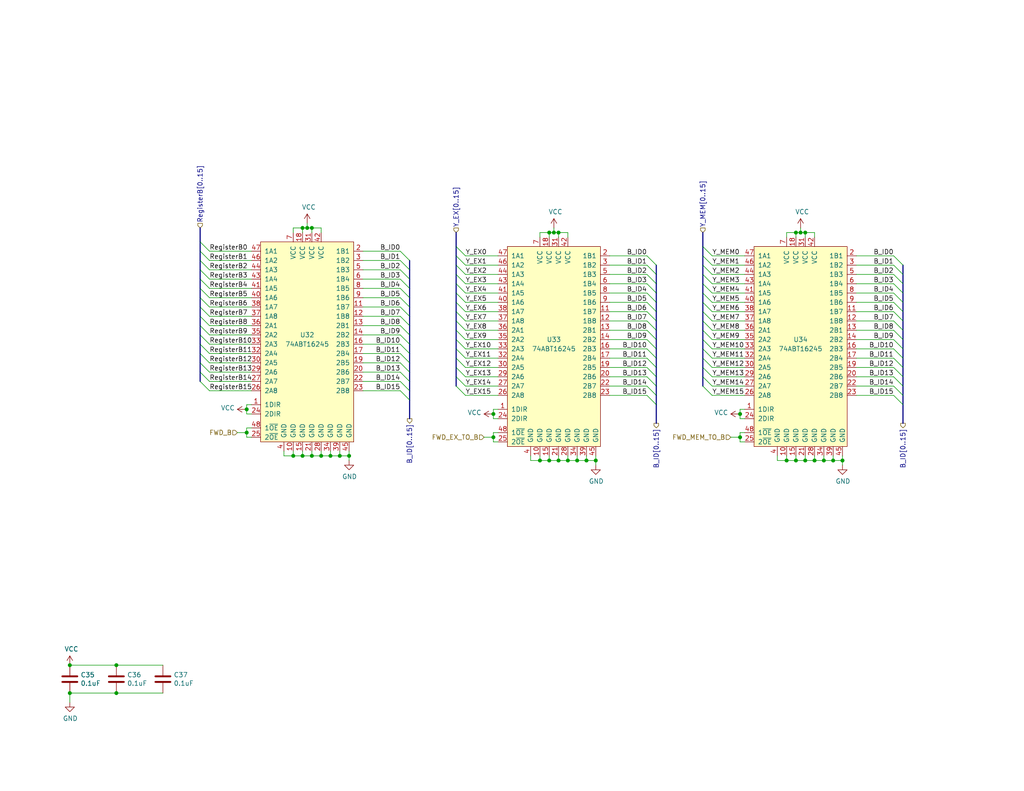
<source format=kicad_sch>
(kicad_sch (version 20250114) (generator "eeschema") (generator_version "9.0")
  (paper "USLetter")
  (title_block (date "2025-07-01") (rev "A"))
  (lib_symbols
    (symbol "Device:C" (pin_numbers (hide yes)) (pin_names (offset 0.254))
      (property "Reference" "C" (at 0.635 2.54 0))
      (property "Value" "C" (at 0.635 -2.54 0))
      (symbol "C_0_1"
        (polyline (pts (xy -2.032 0.762) (xy 2.032 0.762)) (stroke (width 0.508)))
        (polyline (pts (xy -2.032 -0.762) (xy 2.032 -0.762)) (stroke (width 0.508)))
      )
      (symbol "C_1_1"
        (pin passive line (at 0 3.81 270) (length 2.794) (name "~") (number "1"))
        (pin passive line (at 0 -3.81 90) (length 2.794) (name "~") (number "2"))
      )
    )
    (symbol "Turtle16:74ABT16245" (pin_names (offset 1.016))
      (property "Reference" "U" (at 0 1.27 0))
      (property "Value" "74ABT16245" (at 0 -1.27 0))
      (symbol "74ABT16245_0_1"
        (rectangle (start -12.7 26.67) (end 12.7 -27.94) (fill (type background)))
      )
      (symbol "74ABT16245_1_1"
        (pin tri_state line (at -15.24 24.13 0) (length 2.54) (name "1A1") (number "47"))
        (pin tri_state line (at -15.24 21.59 0) (length 2.54) (name "1A2") (number "46"))
        (pin tri_state line (at -15.24 19.05 0) (length 2.54) (name "1A3") (number "44"))
        (pin tri_state line (at -15.24 16.51 0) (length 2.54) (name "1A4") (number "43"))
        (pin tri_state line (at -15.24 13.97 0) (length 2.54) (name "1A5") (number "41"))
        (pin tri_state line (at -15.24 11.43 0) (length 2.54) (name "1A6") (number "40"))
        (pin tri_state line (at -15.24 8.89 0) (length 2.54) (name "1A7") (number "38"))
        (pin tri_state line (at -15.24 6.35 0) (length 2.54) (name "1A8") (number "37"))
        (pin tri_state line (at -15.24 3.81 0) (length 2.54) (name "2A1") (number "36"))
        (pin tri_state line (at -15.24 1.27 0) (length 2.54) (name "2A2") (number "35"))
        (pin tri_state line (at -15.24 -1.27 0) (length 2.54) (name "2A3") (number "33"))
        (pin tri_state line (at -15.24 -3.81 0) (length 2.54) (name "2A4") (number "32"))
        (pin tri_state line (at -15.24 -6.35 0) (length 2.54) (name "2A5") (number "30"))
        (pin tri_state line (at -15.24 -8.89 0) (length 2.54) (name "2A6") (number "29"))
        (pin tri_state line (at -15.24 -11.43 0) (length 2.54) (name "2A7") (number "27"))
        (pin tri_state line (at -15.24 -13.97 0) (length 2.54) (name "2A8") (number "26"))
        (pin input line (at -15.24 -17.78 0) (length 2.54) (name "1DIR") (number "1"))
        (pin input line (at -15.24 -20.32 0) (length 2.54) (name "2DIR") (number "24"))
        (pin input line (at -15.24 -24.13 0) (length 2.54) (name "1~{OE}") (number "48"))
        (pin input line (at -15.24 -26.67 0) (length 2.54) (name "2~{OE}") (number "25"))
        (pin power_in line (at -6.35 -30.48 90) (length 2.54) (name "GND") (number "4"))
        (pin power_in line (at -3.81 29.21 270) (length 2.54) (name "VCC") (number "7"))
        (pin power_in line (at -3.81 -30.48 90) (length 2.54) (name "GND") (number "10"))
        (pin power_in line (at -1.27 29.21 270) (length 2.54) (name "VCC") (number "18"))
        (pin power_in line (at -1.27 -30.48 90) (length 2.54) (name "GND") (number "15"))
        (pin power_in line (at 1.27 29.21 270) (length 2.54) (name "VCC") (number "31"))
        (pin power_in line (at 1.27 -30.48 90) (length 2.54) (name "GND") (number "21"))
        (pin power_in line (at 3.81 29.21 270) (length 2.54) (name "VCC") (number "42"))
        (pin power_in line (at 3.81 -30.48 90) (length 2.54) (name "GND") (number "28"))
        (pin power_in line (at 6.35 -30.48 90) (length 2.54) (name "GND") (number "34"))
        (pin power_in line (at 8.89 -30.48 90) (length 2.54) (name "GND") (number "39"))
        (pin power_in line (at 11.43 -30.48 90) (length 2.54) (name "GND") (number "45"))
        (pin tri_state line (at 15.24 24.13 180) (length 2.54) (name "1B1") (number "2"))
        (pin tri_state line (at 15.24 21.59 180) (length 2.54) (name "1B2") (number "3"))
        (pin tri_state line (at 15.24 19.05 180) (length 2.54) (name "1B3") (number "5"))
        (pin tri_state line (at 15.24 16.51 180) (length 2.54) (name "1B4") (number "6"))
        (pin tri_state line (at 15.24 13.97 180) (length 2.54) (name "1B5") (number "8"))
        (pin tri_state line (at 15.24 11.43 180) (length 2.54) (name "1B6") (number "9"))
        (pin tri_state line (at 15.24 8.89 180) (length 2.54) (name "1B7") (number "11"))
        (pin tri_state line (at 15.24 6.35 180) (length 2.54) (name "1B8") (number "12"))
        (pin tri_state line (at 15.24 3.81 180) (length 2.54) (name "2B1") (number "13"))
        (pin tri_state line (at 15.24 1.27 180) (length 2.54) (name "2B2") (number "14"))
        (pin tri_state line (at 15.24 -1.27 180) (length 2.54) (name "2B3") (number "16"))
        (pin tri_state line (at 15.24 -3.81 180) (length 2.54) (name "2B4") (number "17"))
        (pin tri_state line (at 15.24 -6.35 180) (length 2.54) (name "2B5") (number "19"))
        (pin tri_state line (at 15.24 -8.89 180) (length 2.54) (name "2B6") (number "20"))
        (pin tri_state line (at 15.24 -11.43 180) (length 2.54) (name "2B7") (number "22"))
        (pin tri_state line (at 15.24 -13.97 180) (length 2.54) (name "2B8") (number "23"))
      )
    )
    (symbol "power:GND" (power) (pin_names (offset 0))
      (property "Value" "GND" (at 0 -3.81 0))
      (symbol "GND_0_1"
        (polyline (pts (xy 0 0) (xy 0 -1.27) (xy 1.27 -1.27) (xy 0 -2.54) (xy -1.27 -1.27) (xy 0 -1.27)))
      )
      (symbol "GND_1_1"
        (pin power_in line (at 0 0 270) (length 0) (hide yes) (name "GND") (number "1"))
      )
    )
    (symbol "power:VCC" (power) (pin_names (offset 0))
      (property "Value" "VCC" (at 0 3.81 0))
      (symbol "VCC_0_1"
        (polyline (pts (xy -0.762 1.27) (xy 0 2.54)))
        (polyline (pts (xy 0 2.54) (xy 0.762 1.27)))
        (polyline (pts (xy 0 0) (xy 0 2.54)))
      )
      (symbol "VCC_1_1"
        (pin power_in line (at 0 0 90) (length 0) (hide yes) (name "VCC") (number "1"))
      )
    )
  )
  (junction (at 67.31 118.11))
  (junction (at 222.25 125.73))
  (junction (at 31.75 189.23))
  (junction (at 229.87 125.73))
  (junction (at 147.32 125.73))
  (junction (at 85.09 124.46))
  (junction (at 157.48 125.73))
  (junction (at 80.01 124.46))
  (junction (at 95.25 124.46))
  (junction (at 152.4 125.73))
  (junction (at 154.94 125.73))
  (junction (at 217.17 63.5))
  (junction (at 149.86 63.5))
  (junction (at 214.63 125.73))
  (junction (at 151.13 63.5))
  (junction (at 219.71 125.73))
  (junction (at 224.79 125.73))
  (junction (at 90.17 124.46))
  (junction (at 201.93 113.03))
  (junction (at 92.71 124.46))
  (junction (at 149.86 125.73))
  (junction (at 217.17 125.73))
  (junction (at 67.31 111.76))
  (junction (at 162.56 125.73))
  (junction (at 82.55 124.46))
  (junction (at 82.55 62.23))
  (junction (at 201.93 119.38))
  (junction (at 134.62 113.03))
  (junction (at 218.44 63.5))
  (junction (at 134.62 119.38))
  (junction (at 219.71 63.5))
  (junction (at 85.09 62.23))
  (junction (at 87.63 124.46))
  (junction (at 31.75 181.61))
  (junction (at 19.05 181.61))
  (junction (at 227.33 125.73))
  (junction (at 152.4 63.5))
  (junction (at 83.82 62.23))
  (junction (at 19.05 189.23))
  (junction (at 160.02 125.73))
  (bus_entry (at 176.53 69.85) (size 2.54 2.54))
  (bus_entry (at 54.61 93.98) (size 2.54 2.54))
  (bus_entry (at 127 82.55) (size -2.54 -2.54))
  (bus_entry (at 54.61 68.58) (size 2.54 2.54))
  (bus_entry (at 109.22 106.68) (size 2.54 2.54))
  (bus_entry (at 54.61 99.06) (size 2.54 2.54))
  (bus_entry (at 243.84 74.93) (size 2.54 2.54))
  (bus_entry (at 194.31 77.47) (size -2.54 -2.54))
  (bus_entry (at 127 102.87) (size -2.54 -2.54))
  (bus_entry (at 176.53 90.17) (size 2.54 2.54))
  (bus_entry (at 243.84 87.63) (size 2.54 2.54))
  (bus_entry (at 243.84 69.85) (size 2.54 2.54))
  (bus_entry (at 194.31 74.93) (size -2.54 -2.54))
  (bus_entry (at 176.53 105.41) (size 2.54 2.54))
  (bus_entry (at 54.61 96.52) (size 2.54 2.54))
  (bus_entry (at 243.84 77.47) (size 2.54 2.54))
  (bus_entry (at 109.22 83.82) (size 2.54 2.54))
  (bus_entry (at 194.31 90.17) (size -2.54 -2.54))
  (bus_entry (at 127 85.09) (size -2.54 -2.54))
  (bus_entry (at 243.84 82.55) (size 2.54 2.54))
  (bus_entry (at 109.22 86.36) (size 2.54 2.54))
  (bus_entry (at 127 80.01) (size -2.54 -2.54))
  (bus_entry (at 194.31 85.09) (size -2.54 -2.54))
  (bus_entry (at 176.53 87.63) (size 2.54 2.54))
  (bus_entry (at 127 95.25) (size -2.54 -2.54))
  (bus_entry (at 109.22 71.12) (size 2.54 2.54))
  (bus_entry (at 54.61 71.12) (size 2.54 2.54))
  (bus_entry (at 243.84 95.25) (size 2.54 2.54))
  (bus_entry (at 194.31 87.63) (size -2.54 -2.54))
  (bus_entry (at 127 97.79) (size -2.54 -2.54))
  (bus_entry (at 194.31 95.25) (size -2.54 -2.54))
  (bus_entry (at 194.31 82.55) (size -2.54 -2.54))
  (bus_entry (at 127 92.71) (size -2.54 -2.54))
  (bus_entry (at 176.53 97.79) (size 2.54 2.54))
  (bus_entry (at 109.22 68.58) (size 2.54 2.54))
  (bus_entry (at 176.53 85.09) (size 2.54 2.54))
  (bus_entry (at 243.84 102.87) (size 2.54 2.54))
  (bus_entry (at 127 72.39) (size -2.54 -2.54))
  (bus_entry (at 243.84 97.79) (size 2.54 2.54))
  (bus_entry (at 127 69.85) (size -2.54 -2.54))
  (bus_entry (at 109.22 76.2) (size 2.54 2.54))
  (bus_entry (at 54.61 104.14) (size 2.54 2.54))
  (bus_entry (at 194.31 80.01) (size -2.54 -2.54))
  (bus_entry (at 109.22 78.74) (size 2.54 2.54))
  (bus_entry (at 243.84 107.95) (size 2.54 2.54))
  (bus_entry (at 243.84 72.39) (size 2.54 2.54))
  (bus_entry (at 194.31 107.95) (size -2.54 -2.54))
  (bus_entry (at 176.53 77.47) (size 2.54 2.54))
  (bus_entry (at 243.84 85.09) (size 2.54 2.54))
  (bus_entry (at 176.53 92.71) (size 2.54 2.54))
  (bus_entry (at 194.31 69.85) (size -2.54 -2.54))
  (bus_entry (at 194.31 100.33) (size -2.54 -2.54))
  (bus_entry (at 194.31 102.87) (size -2.54 -2.54))
  (bus_entry (at 127 77.47) (size -2.54 -2.54))
  (bus_entry (at 194.31 105.41) (size -2.54 -2.54))
  (bus_entry (at 109.22 93.98) (size 2.54 2.54))
  (bus_entry (at 109.22 101.6) (size 2.54 2.54))
  (bus_entry (at 109.22 73.66) (size 2.54 2.54))
  (bus_entry (at 243.84 92.71) (size 2.54 2.54))
  (bus_entry (at 176.53 95.25) (size 2.54 2.54))
  (bus_entry (at 194.31 97.79) (size -2.54 -2.54))
  (bus_entry (at 127 90.17) (size -2.54 -2.54))
  (bus_entry (at 109.22 81.28) (size 2.54 2.54))
  (bus_entry (at 54.61 78.74) (size 2.54 2.54))
  (bus_entry (at 54.61 91.44) (size 2.54 2.54))
  (bus_entry (at 176.53 107.95) (size 2.54 2.54))
  (bus_entry (at 176.53 80.01) (size 2.54 2.54))
  (bus_entry (at 176.53 82.55) (size 2.54 2.54))
  (bus_entry (at 194.31 92.71) (size -2.54 -2.54))
  (bus_entry (at 127 74.93) (size -2.54 -2.54))
  (bus_entry (at 109.22 96.52) (size 2.54 2.54))
  (bus_entry (at 243.84 90.17) (size 2.54 2.54))
  (bus_entry (at 54.61 83.82) (size 2.54 2.54))
  (bus_entry (at 127 100.33) (size -2.54 -2.54))
  (bus_entry (at 54.61 86.36) (size 2.54 2.54))
  (bus_entry (at 109.22 91.44) (size 2.54 2.54))
  (bus_entry (at 243.84 80.01) (size 2.54 2.54))
  (bus_entry (at 54.61 73.66) (size 2.54 2.54))
  (bus_entry (at 243.84 100.33) (size 2.54 2.54))
  (bus_entry (at 127 87.63) (size -2.54 -2.54))
  (bus_entry (at 176.53 74.93) (size 2.54 2.54))
  (bus_entry (at 109.22 99.06) (size 2.54 2.54))
  (bus_entry (at 109.22 104.14) (size 2.54 2.54))
  (bus_entry (at 127 105.41) (size -2.54 -2.54))
  (bus_entry (at 54.61 88.9) (size 2.54 2.54))
  (bus_entry (at 54.61 101.6) (size 2.54 2.54))
  (bus_entry (at 194.31 72.39) (size -2.54 -2.54))
  (bus_entry (at 176.53 100.33) (size 2.54 2.54))
  (bus_entry (at 109.22 88.9) (size 2.54 2.54))
  (bus_entry (at 127 107.95) (size -2.54 -2.54))
  (bus_entry (at 54.61 66.04) (size 2.54 2.54))
  (bus_entry (at 176.53 72.39) (size 2.54 2.54))
  (bus_entry (at 243.84 105.41) (size 2.54 2.54))
  (bus_entry (at 54.61 76.2) (size 2.54 2.54))
  (bus_entry (at 176.53 102.87) (size 2.54 2.54))
  (bus_entry (at 54.61 81.28) (size 2.54 2.54))
  (wire (pts (xy 134.62 111.76) (xy 134.62 113.03)))
  (wire (pts (xy 57.15 88.9) (xy 68.58 88.9)))
  (bus (pts (xy 179.07 74.93) (xy 179.07 77.47)))
  (bus (pts (xy 54.61 86.36) (xy 54.61 88.9)))
  (wire (pts (xy 44.45 189.23) (xy 31.75 189.23)))
  (wire (pts (xy 31.75 189.23) (xy 19.05 189.23)))
  (wire (pts (xy 201.93 119.38) (xy 199.39 119.38)))
  (wire (pts (xy 127 87.63) (xy 135.89 87.63)))
  (bus (pts (xy 111.76 93.98) (xy 111.76 96.52)))
  (wire (pts (xy 127 77.47) (xy 135.89 77.47)))
  (wire (pts (xy 217.17 124.46) (xy 217.17 125.73)))
  (wire (pts (xy 176.53 72.39) (xy 166.37 72.39)))
  (wire (pts (xy 135.89 118.11) (xy 134.62 118.11)))
  (wire (pts (xy 151.13 63.5) (xy 152.4 63.5)))
  (wire (pts (xy 149.86 124.46) (xy 149.86 125.73)))
  (wire (pts (xy 194.31 92.71) (xy 203.2 92.71)))
  (wire (pts (xy 162.56 127) (xy 162.56 125.73)))
  (wire (pts (xy 243.84 74.93) (xy 233.68 74.93)))
  (bus (pts (xy 124.46 87.63) (xy 124.46 90.17)))
  (bus (pts (xy 179.07 72.39) (xy 179.07 74.93)))
  (wire (pts (xy 229.87 127) (xy 229.87 125.73)))
  (bus (pts (xy 179.07 80.01) (xy 179.07 82.55)))
  (wire (pts (xy 214.63 124.46) (xy 214.63 125.73)))
  (bus (pts (xy 179.07 87.63) (xy 179.07 90.17)))
  (bus (pts (xy 124.46 92.71) (xy 124.46 95.25)))
  (bus (pts (xy 124.46 67.31) (xy 124.46 69.85)))
  (wire (pts (xy 109.22 101.6) (xy 99.06 101.6)))
  (wire (pts (xy 243.84 85.09) (xy 233.68 85.09)))
  (bus (pts (xy 179.07 97.79) (xy 179.07 100.33)))
  (wire (pts (xy 194.31 82.55) (xy 203.2 82.55)))
  (wire (pts (xy 68.58 110.49) (xy 67.31 110.49)))
  (bus (pts (xy 111.76 86.36) (xy 111.76 88.9)))
  (wire (pts (xy 95.25 124.46) (xy 95.25 123.19)))
  (wire (pts (xy 201.93 120.65) (xy 203.2 120.65)))
  (wire (pts (xy 243.84 72.39) (xy 233.68 72.39)))
  (wire (pts (xy 157.48 125.73) (xy 154.94 125.73)))
  (bus (pts (xy 246.38 105.41) (xy 246.38 107.95)))
  (wire (pts (xy 176.53 85.09) (xy 166.37 85.09)))
  (bus (pts (xy 179.07 100.33) (xy 179.07 102.87)))
  (bus (pts (xy 191.77 80.01) (xy 191.77 82.55)))
  (wire (pts (xy 90.17 124.46) (xy 87.63 124.46)))
  (wire (pts (xy 243.84 100.33) (xy 233.68 100.33)))
  (wire (pts (xy 80.01 124.46) (xy 82.55 124.46)))
  (wire (pts (xy 243.84 69.85) (xy 233.68 69.85)))
  (wire (pts (xy 218.44 62.23) (xy 218.44 63.5)))
  (wire (pts (xy 176.53 97.79) (xy 166.37 97.79)))
  (wire (pts (xy 82.55 63.5) (xy 82.55 62.23)))
  (bus (pts (xy 124.46 69.85) (xy 124.46 72.39)))
  (wire (pts (xy 109.22 73.66) (xy 99.06 73.66)))
  (wire (pts (xy 57.15 99.06) (xy 68.58 99.06)))
  (wire (pts (xy 154.94 63.5) (xy 154.94 64.77)))
  (wire (pts (xy 243.84 77.47) (xy 233.68 77.47)))
  (wire (pts (xy 57.15 68.58) (xy 68.58 68.58)))
  (wire (pts (xy 152.4 125.73) (xy 152.4 124.46)))
  (wire (pts (xy 82.55 124.46) (xy 85.09 124.46)))
  (wire (pts (xy 85.09 124.46) (xy 85.09 123.19)))
  (wire (pts (xy 160.02 125.73) (xy 162.56 125.73)))
  (wire (pts (xy 218.44 63.5) (xy 219.71 63.5)))
  (bus (pts (xy 191.77 69.85) (xy 191.77 72.39)))
  (wire (pts (xy 77.47 123.19) (xy 77.47 124.46)))
  (wire (pts (xy 176.53 87.63) (xy 166.37 87.63)))
  (wire (pts (xy 85.09 62.23) (xy 87.63 62.23)))
  (wire (pts (xy 127 90.17) (xy 135.89 90.17)))
  (wire (pts (xy 19.05 191.77) (xy 19.05 189.23)))
  (wire (pts (xy 154.94 125.73) (xy 154.94 124.46)))
  (wire (pts (xy 57.15 93.98) (xy 68.58 93.98)))
  (wire (pts (xy 217.17 125.73) (xy 219.71 125.73)))
  (bus (pts (xy 111.76 88.9) (xy 111.76 91.44)))
  (wire (pts (xy 83.82 62.23) (xy 85.09 62.23)))
  (wire (pts (xy 57.15 71.12) (xy 68.58 71.12)))
  (wire (pts (xy 127 72.39) (xy 135.89 72.39)))
  (wire (pts (xy 109.22 83.82) (xy 99.06 83.82)))
  (wire (pts (xy 194.31 74.93) (xy 203.2 74.93)))
  (bus (pts (xy 246.38 97.79) (xy 246.38 100.33)))
  (bus (pts (xy 111.76 83.82) (xy 111.76 86.36)))
  (wire (pts (xy 222.25 125.73) (xy 222.25 124.46)))
  (wire (pts (xy 201.93 119.38) (xy 201.93 120.65)))
  (wire (pts (xy 67.31 113.03) (xy 68.58 113.03)))
  (wire (pts (xy 67.31 118.11) (xy 67.31 119.38)))
  (wire (pts (xy 201.93 113.03) (xy 201.93 114.3)))
  (wire (pts (xy 134.62 120.65) (xy 135.89 120.65)))
  (wire (pts (xy 243.84 97.79) (xy 233.68 97.79)))
  (wire (pts (xy 201.93 111.76) (xy 201.93 113.03)))
  (bus (pts (xy 111.76 96.52) (xy 111.76 99.06)))
  (wire (pts (xy 83.82 60.96) (xy 83.82 62.23)))
  (wire (pts (xy 194.31 90.17) (xy 203.2 90.17)))
  (wire (pts (xy 134.62 114.3) (xy 135.89 114.3)))
  (wire (pts (xy 57.15 96.52) (xy 68.58 96.52)))
  (bus (pts (xy 246.38 110.49) (xy 246.38 115.57)))
  (wire (pts (xy 154.94 125.73) (xy 152.4 125.73)))
  (bus (pts (xy 54.61 88.9) (xy 54.61 91.44)))
  (wire (pts (xy 194.31 107.95) (xy 203.2 107.95)))
  (bus (pts (xy 246.38 92.71) (xy 246.38 95.25)))
  (wire (pts (xy 194.31 87.63) (xy 203.2 87.63)))
  (wire (pts (xy 127 74.93) (xy 135.89 74.93)))
  (wire (pts (xy 243.84 105.41) (xy 233.68 105.41)))
  (bus (pts (xy 124.46 63.5) (xy 124.46 67.31)))
  (wire (pts (xy 127 82.55) (xy 135.89 82.55)))
  (bus (pts (xy 124.46 80.01) (xy 124.46 82.55)))
  (wire (pts (xy 57.15 106.68) (xy 68.58 106.68)))
  (bus (pts (xy 54.61 81.28) (xy 54.61 83.82)))
  (wire (pts (xy 194.31 69.85) (xy 203.2 69.85)))
  (wire (pts (xy 127 80.01) (xy 135.89 80.01)))
  (wire (pts (xy 134.62 113.03) (xy 134.62 114.3)))
  (bus (pts (xy 111.76 109.22) (xy 111.76 114.3)))
  (bus (pts (xy 246.38 72.39) (xy 246.38 74.93)))
  (wire (pts (xy 67.31 111.76) (xy 67.31 113.03)))
  (wire (pts (xy 176.53 80.01) (xy 166.37 80.01)))
  (bus (pts (xy 246.38 95.25) (xy 246.38 97.79)))
  (bus (pts (xy 246.38 85.09) (xy 246.38 87.63)))
  (bus (pts (xy 179.07 95.25) (xy 179.07 97.79)))
  (wire (pts (xy 149.86 125.73) (xy 152.4 125.73)))
  (bus (pts (xy 54.61 62.23) (xy 54.61 66.04)))
  (wire (pts (xy 57.15 91.44) (xy 68.58 91.44)))
  (wire (pts (xy 57.15 101.6) (xy 68.58 101.6)))
  (bus (pts (xy 111.76 73.66) (xy 111.76 76.2)))
  (wire (pts (xy 194.31 100.33) (xy 203.2 100.33)))
  (wire (pts (xy 109.22 99.06) (xy 99.06 99.06)))
  (wire (pts (xy 109.22 81.28) (xy 99.06 81.28)))
  (bus (pts (xy 124.46 77.47) (xy 124.46 80.01)))
  (wire (pts (xy 147.32 63.5) (xy 149.86 63.5)))
  (wire (pts (xy 243.84 90.17) (xy 233.68 90.17)))
  (bus (pts (xy 111.76 91.44) (xy 111.76 93.98)))
  (wire (pts (xy 57.15 86.36) (xy 68.58 86.36)))
  (wire (pts (xy 176.53 90.17) (xy 166.37 90.17)))
  (bus (pts (xy 246.38 77.47) (xy 246.38 80.01)))
  (bus (pts (xy 191.77 67.31) (xy 191.77 69.85)))
  (bus (pts (xy 179.07 105.41) (xy 179.07 107.95)))
  (wire (pts (xy 109.22 76.2) (xy 99.06 76.2)))
  (bus (pts (xy 191.77 72.39) (xy 191.77 74.93)))
  (bus (pts (xy 54.61 96.52) (xy 54.61 99.06)))
  (bus (pts (xy 191.77 77.47) (xy 191.77 80.01)))
  (wire (pts (xy 109.22 86.36) (xy 99.06 86.36)))
  (wire (pts (xy 162.56 125.73) (xy 162.56 124.46)))
  (wire (pts (xy 176.53 82.55) (xy 166.37 82.55)))
  (wire (pts (xy 203.2 118.11) (xy 201.93 118.11)))
  (wire (pts (xy 243.84 82.55) (xy 233.68 82.55)))
  (bus (pts (xy 54.61 83.82) (xy 54.61 86.36)))
  (wire (pts (xy 201.93 114.3) (xy 203.2 114.3)))
  (wire (pts (xy 127 97.79) (xy 135.89 97.79)))
  (bus (pts (xy 246.38 90.17) (xy 246.38 92.71)))
  (wire (pts (xy 222.25 63.5) (xy 222.25 64.77)))
  (wire (pts (xy 147.32 125.73) (xy 149.86 125.73)))
  (wire (pts (xy 127 100.33) (xy 135.89 100.33)))
  (wire (pts (xy 109.22 93.98) (xy 99.06 93.98)))
  (wire (pts (xy 224.79 125.73) (xy 224.79 124.46)))
  (wire (pts (xy 157.48 125.73) (xy 160.02 125.73)))
  (bus (pts (xy 124.46 82.55) (xy 124.46 85.09)))
  (wire (pts (xy 147.32 64.77) (xy 147.32 63.5)))
  (wire (pts (xy 176.53 100.33) (xy 166.37 100.33)))
  (wire (pts (xy 135.89 111.76) (xy 134.62 111.76)))
  (wire (pts (xy 82.55 62.23) (xy 83.82 62.23)))
  (wire (pts (xy 77.47 124.46) (xy 80.01 124.46)))
  (wire (pts (xy 67.31 116.84) (xy 67.31 118.11)))
  (wire (pts (xy 176.53 92.71) (xy 166.37 92.71)))
  (wire (pts (xy 147.32 124.46) (xy 147.32 125.73)))
  (wire (pts (xy 127 92.71) (xy 135.89 92.71)))
  (wire (pts (xy 194.31 72.39) (xy 203.2 72.39)))
  (bus (pts (xy 124.46 102.87) (xy 124.46 105.41)))
  (wire (pts (xy 144.78 124.46) (xy 144.78 125.73)))
  (bus (pts (xy 246.38 80.01) (xy 246.38 82.55)))
  (wire (pts (xy 87.63 124.46) (xy 87.63 123.19)))
  (wire (pts (xy 92.71 124.46) (xy 92.71 123.19)))
  (wire (pts (xy 67.31 118.11) (xy 64.77 118.11)))
  (bus (pts (xy 111.76 106.68) (xy 111.76 109.22)))
  (wire (pts (xy 194.31 85.09) (xy 203.2 85.09)))
  (bus (pts (xy 111.76 71.12) (xy 111.76 73.66)))
  (bus (pts (xy 124.46 90.17) (xy 124.46 92.71)))
  (wire (pts (xy 57.15 104.14) (xy 68.58 104.14)))
  (wire (pts (xy 194.31 105.41) (xy 203.2 105.41)))
  (bus (pts (xy 246.38 74.93) (xy 246.38 77.47)))
  (bus (pts (xy 246.38 82.55) (xy 246.38 85.09)))
  (bus (pts (xy 124.46 74.93) (xy 124.46 77.47)))
  (bus (pts (xy 179.07 82.55) (xy 179.07 85.09)))
  (bus (pts (xy 111.76 99.06) (xy 111.76 101.6)))
  (wire (pts (xy 212.09 125.73) (xy 214.63 125.73)))
  (wire (pts (xy 176.53 69.85) (xy 166.37 69.85)))
  (wire (pts (xy 95.25 125.73) (xy 95.25 124.46)))
  (wire (pts (xy 227.33 125.73) (xy 227.33 124.46)))
  (wire (pts (xy 127 107.95) (xy 135.89 107.95)))
  (wire (pts (xy 144.78 125.73) (xy 147.32 125.73)))
  (bus (pts (xy 54.61 99.06) (xy 54.61 101.6)))
  (wire (pts (xy 57.15 78.74) (xy 68.58 78.74)))
  (wire (pts (xy 214.63 125.73) (xy 217.17 125.73)))
  (bus (pts (xy 111.76 76.2) (xy 111.76 78.74)))
  (wire (pts (xy 134.62 119.38) (xy 132.08 119.38)))
  (wire (pts (xy 134.62 118.11) (xy 134.62 119.38)))
  (bus (pts (xy 111.76 81.28) (xy 111.76 83.82)))
  (bus (pts (xy 191.77 102.87) (xy 191.77 105.41)))
  (bus (pts (xy 191.77 85.09) (xy 191.77 87.63)))
  (wire (pts (xy 176.53 95.25) (xy 166.37 95.25)))
  (wire (pts (xy 109.22 68.58) (xy 99.06 68.58)))
  (wire (pts (xy 152.4 64.77) (xy 152.4 63.5)))
  (bus (pts (xy 191.77 92.71) (xy 191.77 95.25)))
  (wire (pts (xy 194.31 102.87) (xy 203.2 102.87)))
  (bus (pts (xy 54.61 71.12) (xy 54.61 73.66)))
  (bus (pts (xy 54.61 66.04) (xy 54.61 68.58)))
  (wire (pts (xy 243.84 87.63) (xy 233.68 87.63)))
  (wire (pts (xy 176.53 107.95) (xy 166.37 107.95)))
  (wire (pts (xy 134.62 119.38) (xy 134.62 120.65)))
  (bus (pts (xy 54.61 91.44) (xy 54.61 93.98)))
  (bus (pts (xy 111.76 104.14) (xy 111.76 106.68)))
  (bus (pts (xy 191.77 100.33) (xy 191.77 102.87)))
  (bus (pts (xy 191.77 95.25) (xy 191.77 97.79)))
  (bus (pts (xy 54.61 93.98) (xy 54.61 96.52)))
  (bus (pts (xy 191.77 63.5) (xy 191.77 67.31)))
  (bus (pts (xy 179.07 102.87) (xy 179.07 105.41)))
  (bus (pts (xy 124.46 95.25) (xy 124.46 97.79)))
  (wire (pts (xy 67.31 110.49) (xy 67.31 111.76)))
  (wire (pts (xy 152.4 63.5) (xy 154.94 63.5)))
  (bus (pts (xy 179.07 92.71) (xy 179.07 95.25)))
  (wire (pts (xy 243.84 107.95) (xy 233.68 107.95)))
  (wire (pts (xy 243.84 95.25) (xy 233.68 95.25)))
  (bus (pts (xy 124.46 85.09) (xy 124.46 87.63)))
  (wire (pts (xy 194.31 77.47) (xy 203.2 77.47)))
  (bus (pts (xy 54.61 101.6) (xy 54.61 104.14)))
  (bus (pts (xy 246.38 107.95) (xy 246.38 110.49)))
  (bus (pts (xy 111.76 101.6) (xy 111.76 104.14)))
  (wire (pts (xy 67.31 119.38) (xy 68.58 119.38)))
  (wire (pts (xy 127 102.87) (xy 135.89 102.87)))
  (bus (pts (xy 246.38 100.33) (xy 246.38 102.87)))
  (wire (pts (xy 214.63 64.77) (xy 214.63 63.5)))
  (wire (pts (xy 87.63 124.46) (xy 85.09 124.46)))
  (wire (pts (xy 219.71 63.5) (xy 222.25 63.5)))
  (wire (pts (xy 227.33 125.73) (xy 229.87 125.73)))
  (wire (pts (xy 176.53 102.87) (xy 166.37 102.87)))
  (wire (pts (xy 57.15 76.2) (xy 68.58 76.2)))
  (wire (pts (xy 19.05 181.61) (xy 31.75 181.61)))
  (wire (pts (xy 151.13 62.23) (xy 151.13 63.5)))
  (wire (pts (xy 109.22 88.9) (xy 99.06 88.9)))
  (wire (pts (xy 194.31 97.79) (xy 203.2 97.79)))
  (wire (pts (xy 176.53 77.47) (xy 166.37 77.47)))
  (wire (pts (xy 194.31 80.01) (xy 203.2 80.01)))
  (wire (pts (xy 57.15 81.28) (xy 68.58 81.28)))
  (bus (pts (xy 124.46 72.39) (xy 124.46 74.93)))
  (wire (pts (xy 149.86 63.5) (xy 151.13 63.5)))
  (wire (pts (xy 92.71 124.46) (xy 95.25 124.46)))
  (wire (pts (xy 224.79 125.73) (xy 227.33 125.73)))
  (bus (pts (xy 191.77 74.93) (xy 191.77 77.47)))
  (bus (pts (xy 191.77 90.17) (xy 191.77 92.71)))
  (wire (pts (xy 80.01 62.23) (xy 82.55 62.23)))
  (wire (pts (xy 109.22 91.44) (xy 99.06 91.44)))
  (wire (pts (xy 82.55 123.19) (xy 82.55 124.46)))
  (wire (pts (xy 149.86 64.77) (xy 149.86 63.5)))
  (wire (pts (xy 219.71 125.73) (xy 219.71 124.46)))
  (wire (pts (xy 85.09 63.5) (xy 85.09 62.23)))
  (wire (pts (xy 127 69.85) (xy 135.89 69.85)))
  (wire (pts (xy 217.17 64.77) (xy 217.17 63.5)))
  (wire (pts (xy 109.22 71.12) (xy 99.06 71.12)))
  (wire (pts (xy 224.79 125.73) (xy 222.25 125.73)))
  (wire (pts (xy 243.84 92.71) (xy 233.68 92.71)))
  (bus (pts (xy 246.38 87.63) (xy 246.38 90.17)))
  (wire (pts (xy 222.25 125.73) (xy 219.71 125.73)))
  (wire (pts (xy 127 85.09) (xy 135.89 85.09)))
  (bus (pts (xy 124.46 100.33) (xy 124.46 102.87)))
  (bus (pts (xy 246.38 102.87) (xy 246.38 105.41)))
  (wire (pts (xy 176.53 74.93) (xy 166.37 74.93)))
  (wire (pts (xy 160.02 125.73) (xy 160.02 124.46)))
  (wire (pts (xy 203.2 111.76) (xy 201.93 111.76)))
  (bus (pts (xy 124.46 97.79) (xy 124.46 100.33)))
  (bus (pts (xy 179.07 90.17) (xy 179.07 92.71)))
  (wire (pts (xy 219.71 64.77) (xy 219.71 63.5)))
  (wire (pts (xy 201.93 118.11) (xy 201.93 119.38)))
  (wire (pts (xy 109.22 104.14) (xy 99.06 104.14)))
  (wire (pts (xy 127 105.41) (xy 135.89 105.41)))
  (wire (pts (xy 68.58 116.84) (xy 67.31 116.84)))
  (bus (pts (xy 111.76 78.74) (xy 111.76 81.28)))
  (wire (pts (xy 31.75 181.61) (xy 44.45 181.61)))
  (bus (pts (xy 54.61 78.74) (xy 54.61 81.28)))
  (wire (pts (xy 90.17 124.46) (xy 90.17 123.19)))
  (bus (pts (xy 54.61 76.2) (xy 54.61 78.74)))
  (bus (pts (xy 54.61 68.58) (xy 54.61 71.12)))
  (wire (pts (xy 109.22 78.74) (xy 99.06 78.74)))
  (wire (pts (xy 80.01 123.19) (xy 80.01 124.46)))
  (bus (pts (xy 179.07 110.49) (xy 179.07 115.57)))
  (wire (pts (xy 157.48 125.73) (xy 157.48 124.46)))
  (bus (pts (xy 191.77 87.63) (xy 191.77 90.17)))
  (bus (pts (xy 179.07 77.47) (xy 179.07 80.01)))
  (wire (pts (xy 90.17 124.46) (xy 92.71 124.46)))
  (wire (pts (xy 80.01 63.5) (xy 80.01 62.23)))
  (bus (pts (xy 54.61 73.66) (xy 54.61 76.2)))
  (wire (pts (xy 57.15 83.82) (xy 68.58 83.82)))
  (wire (pts (xy 57.15 73.66) (xy 68.58 73.66)))
  (bus (pts (xy 191.77 82.55) (xy 191.77 85.09)))
  (wire (pts (xy 109.22 96.52) (xy 99.06 96.52)))
  (bus (pts (xy 191.77 97.79) (xy 191.77 100.33)))
  (wire (pts (xy 243.84 102.87) (xy 233.68 102.87)))
  (wire (pts (xy 212.09 124.46) (xy 212.09 125.73)))
  (wire (pts (xy 217.17 63.5) (xy 218.44 63.5)))
  (wire (pts (xy 194.31 95.25) (xy 203.2 95.25)))
  (wire (pts (xy 109.22 106.68) (xy 99.06 106.68)))
  (wire (pts (xy 127 95.25) (xy 135.89 95.25)))
  (bus (pts (xy 179.07 107.95) (xy 179.07 110.49)))
  (wire (pts (xy 176.53 105.41) (xy 166.37 105.41)))
  (bus (pts (xy 179.07 85.09) (xy 179.07 87.63)))
  (wire (pts (xy 87.63 62.23) (xy 87.63 63.5)))
  (wire (pts (xy 214.63 63.5) (xy 217.17 63.5)))
  (wire (pts (xy 243.84 80.01) (xy 233.68 80.01)))
  (wire (pts (xy 229.87 125.73) (xy 229.87 124.46)))
  (label "Y_MEM11" (at 194.31 97.79 0))
  (label "B_ID15" (at 243.84 107.95 180))
  (label "Y_EX1" (at 127 72.39 0))
  (label "Y_MEM15" (at 194.31 107.95 0))
  (label "B_ID2" (at 176.53 74.93 180))
  (label "Y_EX12" (at 127 100.33 0))
  (label "Y_MEM3" (at 194.31 77.47 0))
  (label "Y_MEM0" (at 194.31 69.85 0))
  (label "B_ID5" (at 243.84 82.55 180))
  (label "Y_MEM2" (at 194.31 74.93 0))
  (label "RegisterB11" (at 57.15 96.52 0))
  (label "Y_EX9" (at 127 92.71 0))
  (label "Y_MEM8" (at 194.31 90.17 0))
  (label "B_ID9" (at 109.22 91.44 180))
  (label "RegisterB1" (at 57.15 71.12 0))
  (label "RegisterB13" (at 57.15 101.6 0))
  (label "B_ID4" (at 176.53 80.01 180))
  (label "B_ID6" (at 176.53 85.09 180))
  (label "Y_MEM4" (at 194.31 80.01 0))
  (label "B_ID14" (at 176.53 105.41 180))
  (label "Y_EX15" (at 127 107.95 0))
  (label "RegisterB2" (at 57.15 73.66 0))
  (label "B_ID9" (at 243.84 92.71 180))
  (label "RegisterB15" (at 57.15 106.68 0))
  (label "B_ID14" (at 109.22 104.14 180))
  (label "RegisterB7" (at 57.15 86.36 0))
  (label "B_ID11" (at 109.22 96.52 180))
  (label "B_ID9" (at 176.53 92.71 180))
  (label "B_ID12" (at 109.22 99.06 180))
  (label "B_ID3" (at 109.22 76.2 180))
  (label "B_ID10" (at 176.53 95.25 180))
  (label "RegisterB10" (at 57.15 93.98 0))
  (label "Y_EX10" (at 127 95.25 0))
  (label "B_ID12" (at 176.53 100.33 180))
  (label "Y_EX14" (at 127 105.41 0))
  (label "B_ID8" (at 109.22 88.9 180))
  (label "Y_EX0" (at 127 69.85 0))
  (label "Y_MEM6" (at 194.31 85.09 0))
  (label "B_ID13" (at 243.84 102.87 180))
  (label "Y_MEM7" (at 194.31 87.63 0))
  (label "B_ID7" (at 176.53 87.63 180))
  (label "Y_EX8" (at 127 90.17 0))
  (label "Y_EX13" (at 127 102.87 0))
  (label "B_ID4" (at 243.84 80.01 180))
  (label "B_ID15" (at 109.22 106.68 180))
  (label "B_ID1" (at 109.22 71.12 180))
  (label "Y_MEM1" (at 194.31 72.39 0))
  (label "B_ID13" (at 109.22 101.6 180))
  (label "RegisterB5" (at 57.15 81.28 0))
  (label "B_ID5" (at 176.53 82.55 180))
  (label "B_ID6" (at 243.84 85.09 180))
  (label "RegisterB14" (at 57.15 104.14 0))
  (label "B_ID10" (at 243.84 95.25 180))
  (label "RegisterB3" (at 57.15 76.2 0))
  (label "B_ID8" (at 176.53 90.17 180))
  (label "Y_MEM10" (at 194.31 95.25 0))
  (label "B_ID15" (at 176.53 107.95 180))
  (label "Y_MEM5" (at 194.31 82.55 0))
  (label "Y_MEM12" (at 194.31 100.33 0))
  (label "B_ID4" (at 109.22 78.74 180))
  (label "B_ID10" (at 109.22 93.98 180))
  (label "Y_EX2" (at 127 74.93 0))
  (label "Y_EX7" (at 127 87.63 0))
  (label "B_ID11" (at 176.53 97.79 180))
  (label "B_ID14" (at 243.84 105.41 180))
  (label "B_ID0" (at 176.53 69.85 180))
  (label "B_ID12" (at 243.84 100.33 180))
  (label "RegisterB0" (at 57.15 68.58 0))
  (label "RegisterB4" (at 57.15 78.74 0))
  (label "RegisterB9" (at 57.15 91.44 0))
  (label "B_ID8" (at 243.84 90.17 180))
  (label "Y_EX4" (at 127 80.01 0))
  (label "Y_EX3" (at 127 77.47 0))
  (label "B_ID1" (at 176.53 72.39 180))
  (label "B_ID0" (at 243.84 69.85 180))
  (label "RegisterB12" (at 57.15 99.06 0))
  (label "B_ID2" (at 109.22 73.66 180))
  (label "Y_MEM13" (at 194.31 102.87 0))
  (label "Y_EX6" (at 127 85.09 0))
  (label "B_ID2" (at 243.84 74.93 180))
  (label "B_ID7" (at 243.84 87.63 180))
  (label "B_ID6" (at 109.22 83.82 180))
  (label "B_ID1" (at 243.84 72.39 180))
  (label "B_ID3" (at 243.84 77.47 180))
  (label "B_ID7" (at 109.22 86.36 180))
  (label "Y_EX5" (at 127 82.55 0))
  (label "B_ID5" (at 109.22 81.28 180))
  (label "Y_EX11" (at 127 97.79 0))
  (label "Y_MEM14" (at 194.31 105.41 0))
  (label "B_ID11" (at 243.84 97.79 180))
  (label "RegisterB6" (at 57.15 83.82 0))
  (label "RegisterB8" (at 57.15 88.9 0))
  (label "B_ID13" (at 176.53 102.87 180))
  (label "B_ID0" (at 109.22 68.58 180))
  (label "Y_MEM9" (at 194.31 92.71 0))
  (label "B_ID3" (at 176.53 77.47 180))
  (hierarchical_label "FWD_B" (shape input) (at 64.77 118.11 180))
  (hierarchical_label "RegisterB[0..15]" (shape input) (at 54.61 62.23 90))
  (hierarchical_label "FWD_EX_TO_B" (shape input) (at 132.08 119.38 180))
  (hierarchical_label "Y_MEM[0..15]" (shape input) (at 191.77 63.5 90))
  (hierarchical_label "B_ID[0..15]" (shape output) (at 246.38 115.57 270))
  (hierarchical_label "B_ID[0..15]" (shape output) (at 111.76 114.3 270))
  (hierarchical_label "B_ID[0..15]" (shape output) (at 179.07 115.57 270))
  (hierarchical_label "Y_EX[0..15]" (shape input) (at 124.46 63.5 90))
  (hierarchical_label "FWD_MEM_TO_B" (shape input) (at 199.39 119.38 180))
  (symbol (lib_id "Device:C") (at 31.75 185.42 0) (unit 1)
    (property "Reference" "C36" (at 34.671 184.2516 0) (effects (justify left)))
    (property "Value" "0.1uF" (at 34.671 186.563 0) (effects (justify left)))
    (property "Footprint" "Capacitor_SMD:C_0603_1608Metric" (effects (hide yes)))
    (property "Datasheet" "https://www.mouser.com/datasheet/2/396/taiyo_yuden_12132018_mlcc11_hq_e-1510082.pdf" (effects (hide yes)))
    (property "Manufacturer" "Taiyo Yuden" (effects (hide yes)))
    (property "Manufacturer#" "EMK107B7104KAHT" (effects (hide yes)))
    (property "Mouser#" "963-EMK107B7104KAHT" (effects (hide yes)))
    (property "Digikey#" "587-6004-1-ND" (effects (hide yes)))
  )
  (symbol (lib_id "power:VCC") (at 19.05 181.61 0) (unit 1)
    (property "Reference" "#PWR0249" (effects (hide yes)))
    (property "Value" "VCC" (at 19.4818 177.2158 0))
  )
  (symbol (lib_id "power:GND") (at 19.05 191.77 0) (unit 1)
    (property "Reference" "#PWR0250" (effects (hide yes)))
    (property "Value" "GND" (at 19.177 196.1642 0))
  )
  (symbol (lib_id "Device:C") (at 44.45 185.42 0) (unit 1)
    (property "Reference" "C37" (at 47.371 184.2516 0) (effects (justify left)))
    (property "Value" "0.1uF" (at 47.371 186.563 0) (effects (justify left)))
    (property "Footprint" "Capacitor_SMD:C_0603_1608Metric" (effects (hide yes)))
    (property "Datasheet" "https://www.mouser.com/datasheet/2/396/taiyo_yuden_12132018_mlcc11_hq_e-1510082.pdf" (effects (hide yes)))
    (property "Manufacturer" "Taiyo Yuden" (effects (hide yes)))
    (property "Manufacturer#" "EMK107B7104KAHT" (effects (hide yes)))
    (property "Mouser#" "963-EMK107B7104KAHT" (effects (hide yes)))
    (property "Digikey#" "587-6004-1-ND" (effects (hide yes)))
  )
  (symbol (lib_id "power:VCC") (at 83.82 60.96 0) (unit 1)
    (property "Reference" "#PWR0252" (effects (hide yes)))
    (property "Value" "VCC" (at 84.2518 56.5658 0))
  )
  (symbol (lib_id "power:GND") (at 95.25 125.73 0) (unit 1)
    (property "Reference" "#PWR0253" (effects (hide yes)))
    (property "Value" "GND" (at 95.377 130.1242 0))
  )
  (symbol (lib_id "Turtle16:74ABT16245") (at 83.82 92.71 0) (unit 1)
    (property "Reference" "U32" (at 83.82 91.44 0))
    (property "Value" "74ABT16245" (at 83.82 93.98 0))
    (property "Footprint" "Package_SO:TSSOP-48_6.1x12.5mm_P0.5mm" (effects (hide yes)))
    (property "Datasheet" "https://www.ti.com/general/docs/suppproductinfo.tsp?distId=26&gotoUrl=https://www.ti.com/lit/gpn/sn74abth16245" (effects (hide yes)))
    (property "Manufacturer" "Texas Instruments" (effects (hide yes)))
    (property "Manufacturer#" "SN74ABTH16245DGGR" (effects (hide yes)))
    (property "Mouser#" "595-SNABTH16245DGGR" (effects (hide yes)))
    (property "Digikey#" "296-4124-1-ND" (effects (hide yes)))
  )
  (symbol (lib_id "Turtle16:74ABT16245") (at 151.13 93.98 0) (unit 1)
    (property "Reference" "U33" (at 151.13 92.71 0))
    (property "Value" "74ABT16245" (at 151.13 95.25 0))
    (property "Footprint" "Package_SO:TSSOP-48_6.1x12.5mm_P0.5mm" (effects (hide yes)))
    (property "Datasheet" "https://www.ti.com/general/docs/suppproductinfo.tsp?distId=26&gotoUrl=https://www.ti.com/lit/gpn/sn74abth16245" (effects (hide yes)))
    (property "Manufacturer" "Texas Instruments" (effects (hide yes)))
    (property "Manufacturer#" "SN74ABTH16245DGGR" (effects (hide yes)))
    (property "Mouser#" "595-SNABTH16245DGGR" (effects (hide yes)))
    (property "Digikey#" "296-4124-1-ND" (effects (hide yes)))
  )
  (symbol (lib_id "power:VCC") (at 134.62 113.03 90) (unit 1)
    (property "Reference" "#PWR0254" (effects (hide yes)))
    (property "Value" "VCC" (at 131.3942 112.649 90) (effects (justify left)))
  )
  (symbol (lib_id "power:GND") (at 162.56 127 0) (unit 1)
    (property "Reference" "#PWR0256" (effects (hide yes)))
    (property "Value" "GND" (at 162.687 131.3942 0))
  )
  (symbol (lib_id "power:VCC") (at 151.13 62.23 0) (unit 1)
    (property "Reference" "#PWR0255" (effects (hide yes)))
    (property "Value" "VCC" (at 151.5618 57.8358 0))
  )
  (symbol (lib_id "Turtle16:74ABT16245") (at 218.44 93.98 0) (unit 1)
    (property "Reference" "U34" (at 218.44 92.71 0))
    (property "Value" "74ABT16245" (at 218.44 95.25 0))
    (property "Footprint" "Package_SO:TSSOP-48_6.1x12.5mm_P0.5mm" (effects (hide yes)))
    (property "Datasheet" "https://www.ti.com/general/docs/suppproductinfo.tsp?distId=26&gotoUrl=https://www.ti.com/lit/gpn/sn74abth16245" (effects (hide yes)))
    (property "Manufacturer" "Texas Instruments" (effects (hide yes)))
    (property "Manufacturer#" "SN74ABTH16245DGGR" (effects (hide yes)))
    (property "Mouser#" "595-SNABTH16245DGGR" (effects (hide yes)))
    (property "Digikey#" "296-4124-1-ND" (effects (hide yes)))
  )
  (symbol (lib_id "power:VCC") (at 201.93 113.03 90) (unit 1)
    (property "Reference" "#PWR0257" (effects (hide yes)))
    (property "Value" "VCC" (at 198.7042 112.649 90) (effects (justify left)))
  )
  (symbol (lib_id "Device:C") (at 19.05 185.42 0) (unit 1)
    (property "Reference" "C35" (at 21.971 184.2516 0) (effects (justify left)))
    (property "Value" "0.1uF" (at 21.971 186.563 0) (effects (justify left)))
    (property "Footprint" "Capacitor_SMD:C_0603_1608Metric" (effects (hide yes)))
    (property "Datasheet" "https://www.mouser.com/datasheet/2/396/taiyo_yuden_12132018_mlcc11_hq_e-1510082.pdf" (effects (hide yes)))
    (property "Manufacturer" "Taiyo Yuden" (effects (hide yes)))
    (property "Manufacturer#" "EMK107B7104KAHT" (effects (hide yes)))
    (property "Mouser#" "963-EMK107B7104KAHT" (effects (hide yes)))
    (property "Digikey#" "587-6004-1-ND" (effects (hide yes)))
  )
  (symbol (lib_id "power:VCC") (at 67.31 111.76 90) (unit 1)
    (property "Reference" "#PWR0251" (effects (hide yes)))
    (property "Value" "VCC" (at 64.0842 111.379 90) (effects (justify left)))
  )
  (symbol (lib_id "power:GND") (at 229.87 127 0) (unit 1)
    (property "Reference" "#PWR0259" (effects (hide yes)))
    (property "Value" "GND" (at 229.997 131.3942 0))
  )
  (symbol (lib_id "power:VCC") (at 218.44 62.23 0) (unit 1)
    (property "Reference" "#PWR0258" (effects (hide yes)))
    (property "Value" "VCC" (at 218.8718 57.8358 0))
  )
)
</source>
